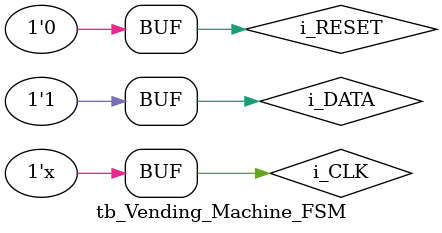
<source format=sv>
/* Aaron Joseph Nanas
** ECE 526
** Professor Orod Haghighiara
** Extra Credit FSM Assignment
** File: tb_Vending_Machine_FSM.sv
** Description: Simple vending machine FSM.
** If the state is ITEM_DISPENSE, the output
** "o_ITEM" will be set high (1)
*/
`timescale 1ns / 1ps

module tb_Vending_Machine_FSM;
    parameter PERIOD = 10;
    
    logic i_CLK;
    logic i_RESET;
    logic i_DATA;
    logic o_ITEM;
    
    Vending_Machine_FSM UUT(
        .i_CLK(i_CLK),
        .i_RESET(i_RESET),
        .i_DATA(i_DATA),
        .o_ITEM(o_ITEM));
        
    initial
        i_CLK = 1'b0;
    always #(PERIOD/2) i_CLK = ~i_CLK;
    
    initial begin
        i_RESET = 1; i_DATA = 0;
        #(PERIOD) i_RESET = 0; i_DATA = 1;
        #(PERIOD) i_DATA = 1;
        #(PERIOD) i_DATA = 1;
        #(PERIOD) i_DATA = 0;
        #(PERIOD) i_DATA = 1;
        #(PERIOD) i_DATA = 1;
        #(PERIOD) i_DATA = 0;
        #(PERIOD) i_DATA = 1;
 
    end                 
endmodule

</source>
